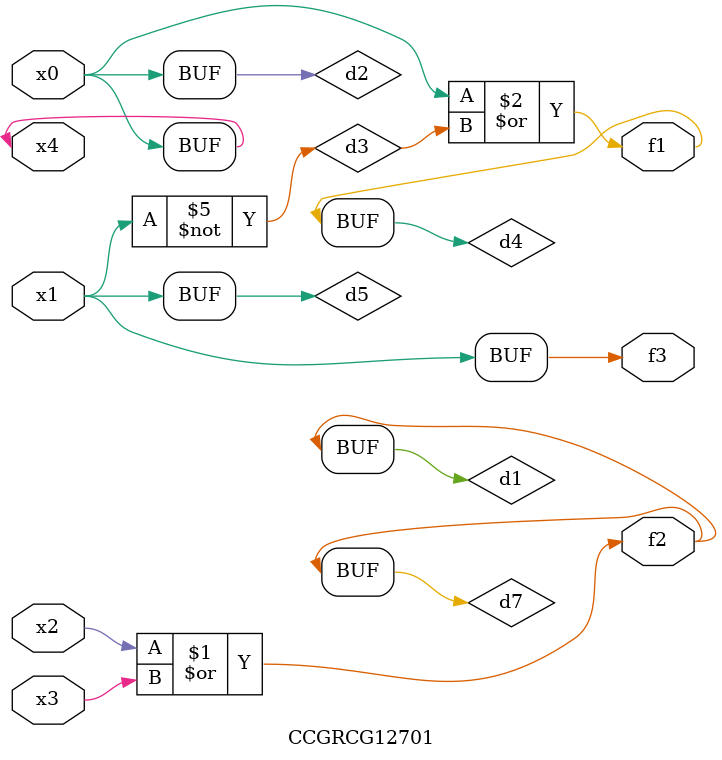
<source format=v>
module CCGRCG12701(
	input x0, x1, x2, x3, x4,
	output f1, f2, f3
);

	wire d1, d2, d3, d4, d5, d6, d7;

	or (d1, x2, x3);
	buf (d2, x0, x4);
	not (d3, x1);
	or (d4, d2, d3);
	not (d5, d3);
	nand (d6, d1, d3);
	or (d7, d1);
	assign f1 = d4;
	assign f2 = d7;
	assign f3 = d5;
endmodule

</source>
